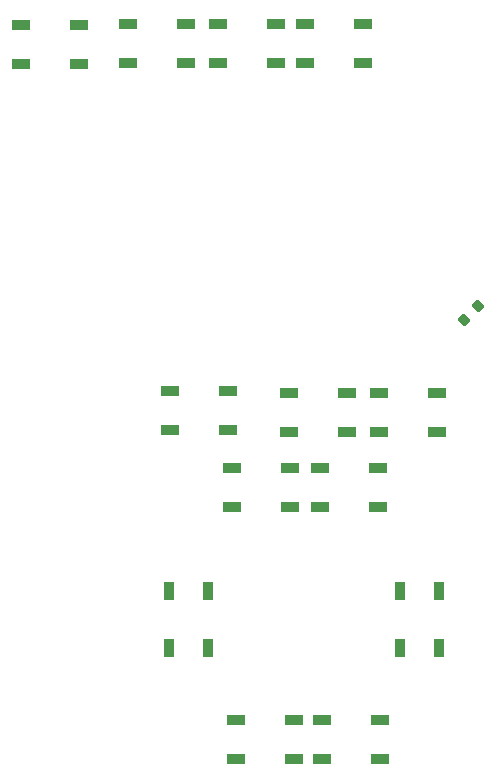
<source format=gbr>
%TF.GenerationSoftware,KiCad,Pcbnew,(6.0.9)*%
%TF.CreationDate,2022-12-16T22:56:41-09:00*%
%TF.ProjectId,PCB_ AV COOL PANEL,5043422c-2041-4562-9043-4f4f4c205041,rev?*%
%TF.SameCoordinates,Original*%
%TF.FileFunction,Paste,Top*%
%TF.FilePolarity,Positive*%
%FSLAX46Y46*%
G04 Gerber Fmt 4.6, Leading zero omitted, Abs format (unit mm)*
G04 Created by KiCad (PCBNEW (6.0.9)) date 2022-12-16 22:56:41*
%MOMM*%
%LPD*%
G01*
G04 APERTURE LIST*
G04 Aperture macros list*
%AMRoundRect*
0 Rectangle with rounded corners*
0 $1 Rounding radius*
0 $2 $3 $4 $5 $6 $7 $8 $9 X,Y pos of 4 corners*
0 Add a 4 corners polygon primitive as box body*
4,1,4,$2,$3,$4,$5,$6,$7,$8,$9,$2,$3,0*
0 Add four circle primitives for the rounded corners*
1,1,$1+$1,$2,$3*
1,1,$1+$1,$4,$5*
1,1,$1+$1,$6,$7*
1,1,$1+$1,$8,$9*
0 Add four rect primitives between the rounded corners*
20,1,$1+$1,$2,$3,$4,$5,0*
20,1,$1+$1,$4,$5,$6,$7,0*
20,1,$1+$1,$6,$7,$8,$9,0*
20,1,$1+$1,$8,$9,$2,$3,0*%
G04 Aperture macros list end*
%ADD10RoundRect,0.200000X-0.053033X0.335876X-0.335876X0.053033X0.053033X-0.335876X0.335876X-0.053033X0*%
%ADD11R,1.500000X0.900000*%
%ADD12R,0.900000X1.500000*%
G04 APERTURE END LIST*
D10*
%TO.C,R1*%
X249044210Y-61089790D03*
X247877484Y-62256516D03*
%TD*%
D11*
%TO.C,D2*%
X210312000Y-37288000D03*
X210312000Y-40588000D03*
X215212000Y-40588000D03*
X215212000Y-37288000D03*
%TD*%
%TO.C,D3*%
X219382000Y-37212000D03*
X219382000Y-40512000D03*
X224282000Y-40512000D03*
X224282000Y-37212000D03*
%TD*%
%TO.C,D4*%
X227002000Y-37212000D03*
X227002000Y-40512000D03*
X231902000Y-40512000D03*
X231902000Y-37212000D03*
%TD*%
%TO.C,D5*%
X234368000Y-37212000D03*
X234368000Y-40512000D03*
X239268000Y-40512000D03*
X239268000Y-37212000D03*
%TD*%
%TO.C,D6*%
X222938000Y-68276000D03*
X222938000Y-71576000D03*
X227838000Y-71576000D03*
X227838000Y-68276000D03*
%TD*%
%TO.C,D7*%
X233008000Y-68454000D03*
X233008000Y-71754000D03*
X237908000Y-71754000D03*
X237908000Y-68454000D03*
%TD*%
%TO.C,D8*%
X240628000Y-68454000D03*
X240628000Y-71754000D03*
X245528000Y-71754000D03*
X245528000Y-68454000D03*
%TD*%
%TO.C,D9*%
X228182000Y-74804000D03*
X228182000Y-78104000D03*
X233082000Y-78104000D03*
X233082000Y-74804000D03*
%TD*%
%TO.C,D10*%
X235638000Y-74804000D03*
X235638000Y-78104000D03*
X240538000Y-78104000D03*
X240538000Y-74804000D03*
%TD*%
D12*
%TO.C,D11*%
X242444000Y-90080000D03*
X245744000Y-90080000D03*
X245744000Y-85180000D03*
X242444000Y-85180000D03*
%TD*%
D11*
%TO.C,D12*%
X235802000Y-96140000D03*
X235802000Y-99440000D03*
X240702000Y-99440000D03*
X240702000Y-96140000D03*
%TD*%
%TO.C,D13*%
X228526000Y-96140000D03*
X228526000Y-99440000D03*
X233426000Y-99440000D03*
X233426000Y-96140000D03*
%TD*%
D12*
%TO.C,D14*%
X226186000Y-85180000D03*
X222886000Y-85180000D03*
X222886000Y-90080000D03*
X226186000Y-90080000D03*
%TD*%
M02*

</source>
